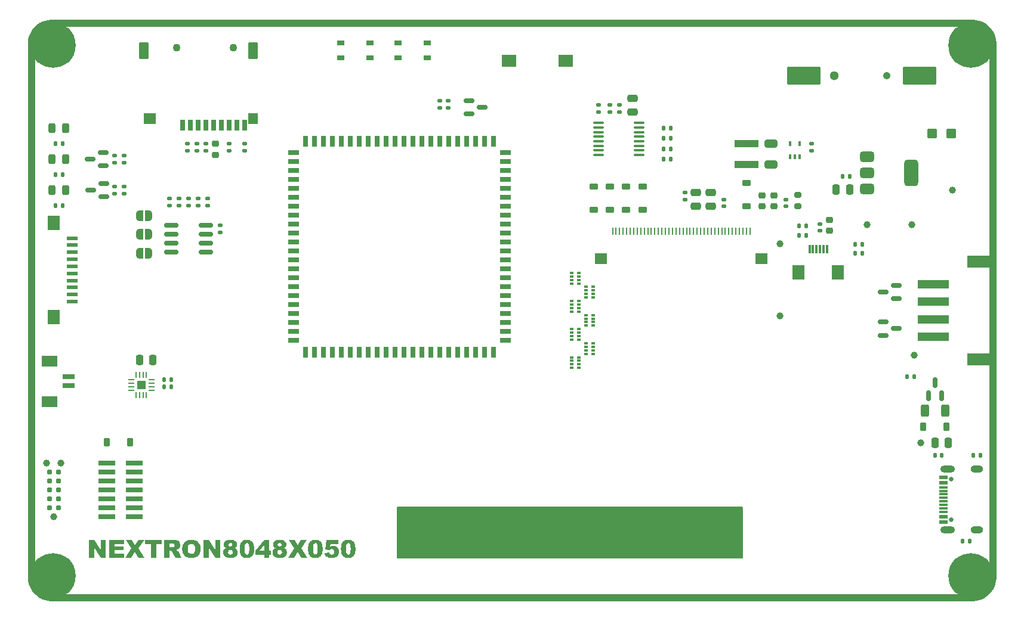
<source format=gbr>
%TF.GenerationSoftware,KiCad,Pcbnew,8.0.4*%
%TF.CreationDate,2024-10-13T10:09:03+07:00*%
%TF.ProjectId,lcd-standard-5R,6c63642d-7374-4616-9e64-6172642d3552,rev?*%
%TF.SameCoordinates,Original*%
%TF.FileFunction,Soldermask,Top*%
%TF.FilePolarity,Negative*%
%FSLAX46Y46*%
G04 Gerber Fmt 4.6, Leading zero omitted, Abs format (unit mm)*
G04 Created by KiCad (PCBNEW 8.0.4) date 2024-10-13 10:09:03*
%MOMM*%
%LPD*%
G01*
G04 APERTURE LIST*
G04 Aperture macros list*
%AMRoundRect*
0 Rectangle with rounded corners*
0 $1 Rounding radius*
0 $2 $3 $4 $5 $6 $7 $8 $9 X,Y pos of 4 corners*
0 Add a 4 corners polygon primitive as box body*
4,1,4,$2,$3,$4,$5,$6,$7,$8,$9,$2,$3,0*
0 Add four circle primitives for the rounded corners*
1,1,$1+$1,$2,$3*
1,1,$1+$1,$4,$5*
1,1,$1+$1,$6,$7*
1,1,$1+$1,$8,$9*
0 Add four rect primitives between the rounded corners*
20,1,$1+$1,$2,$3,$4,$5,0*
20,1,$1+$1,$4,$5,$6,$7,0*
20,1,$1+$1,$6,$7,$8,$9,0*
20,1,$1+$1,$8,$9,$2,$3,0*%
%AMFreePoly0*
4,1,19,0.500000,-0.750000,0.000000,-0.750000,0.000000,-0.744911,-0.071157,-0.744911,-0.207708,-0.704816,-0.327430,-0.627875,-0.420627,-0.520320,-0.479746,-0.390866,-0.500000,-0.250000,-0.500000,0.250000,-0.479746,0.390866,-0.420627,0.520320,-0.327430,0.627875,-0.207708,0.704816,-0.071157,0.744911,0.000000,0.744911,0.000000,0.750000,0.500000,0.750000,0.500000,-0.750000,0.500000,-0.750000,
$1*%
%AMFreePoly1*
4,1,19,0.000000,0.744911,0.071157,0.744911,0.207708,0.704816,0.327430,0.627875,0.420627,0.520320,0.479746,0.390866,0.500000,0.250000,0.500000,-0.250000,0.479746,-0.390866,0.420627,-0.520320,0.327430,-0.627875,0.207708,-0.704816,0.071157,-0.744911,0.000000,-0.744911,0.000000,-0.750000,-0.500000,-0.750000,-0.500000,0.750000,0.000000,0.750000,0.000000,0.744911,0.000000,0.744911,
$1*%
G04 Aperture macros list end*
%ADD10C,0.500000*%
%ADD11RoundRect,0.100000X0.100000X-0.225000X0.100000X0.225000X-0.100000X0.225000X-0.100000X-0.225000X0*%
%ADD12RoundRect,0.225000X0.250000X-0.225000X0.250000X0.225000X-0.250000X0.225000X-0.250000X-0.225000X0*%
%ADD13R,1.050000X0.650000*%
%ADD14RoundRect,0.135000X0.185000X-0.135000X0.185000X0.135000X-0.185000X0.135000X-0.185000X-0.135000X0*%
%ADD15RoundRect,0.135000X-0.185000X0.135000X-0.185000X-0.135000X0.185000X-0.135000X0.185000X0.135000X0*%
%ADD16C,0.800000*%
%ADD17C,6.400000*%
%ADD18C,1.000000*%
%ADD19RoundRect,0.140000X0.170000X-0.140000X0.170000X0.140000X-0.170000X0.140000X-0.170000X-0.140000X0*%
%ADD20RoundRect,0.225000X-0.250000X0.225000X-0.250000X-0.225000X0.250000X-0.225000X0.250000X0.225000X0*%
%ADD21RoundRect,0.135000X0.135000X0.185000X-0.135000X0.185000X-0.135000X-0.185000X0.135000X-0.185000X0*%
%ADD22RoundRect,0.150000X-0.587500X-0.150000X0.587500X-0.150000X0.587500X0.150000X-0.587500X0.150000X0*%
%ADD23RoundRect,0.140000X-0.140000X-0.170000X0.140000X-0.170000X0.140000X0.170000X-0.140000X0.170000X0*%
%ADD24RoundRect,0.135000X-0.135000X-0.185000X0.135000X-0.185000X0.135000X0.185000X-0.135000X0.185000X0*%
%ADD25RoundRect,0.110000X-1.590000X0.440000X-1.590000X-0.440000X1.590000X-0.440000X1.590000X0.440000X0*%
%ADD26RoundRect,0.250000X0.475000X-0.250000X0.475000X0.250000X-0.475000X0.250000X-0.475000X-0.250000X0*%
%ADD27RoundRect,0.250000X-0.650000X0.325000X-0.650000X-0.325000X0.650000X-0.325000X0.650000X0.325000X0*%
%ADD28R,0.300000X1.200000*%
%ADD29R,1.800000X2.000000*%
%ADD30RoundRect,0.150000X0.587500X0.150000X-0.587500X0.150000X-0.587500X-0.150000X0.587500X-0.150000X0*%
%ADD31R,2.400000X0.740000*%
%ADD32R,0.500000X0.400000*%
%ADD33R,0.500000X0.300000*%
%ADD34RoundRect,0.062500X0.350000X0.062500X-0.350000X0.062500X-0.350000X-0.062500X0.350000X-0.062500X0*%
%ADD35RoundRect,0.062500X0.062500X0.350000X-0.062500X0.350000X-0.062500X-0.350000X0.062500X-0.350000X0*%
%ADD36R,1.230000X1.230000*%
%ADD37R,0.800000X1.500000*%
%ADD38R,1.500000X0.800000*%
%ADD39RoundRect,0.225000X0.375000X-0.225000X0.375000X0.225000X-0.375000X0.225000X-0.375000X-0.225000X0*%
%ADD40RoundRect,0.375000X-0.625000X-0.375000X0.625000X-0.375000X0.625000X0.375000X-0.625000X0.375000X0*%
%ADD41RoundRect,0.500000X-0.500000X-1.400000X0.500000X-1.400000X0.500000X1.400000X-0.500000X1.400000X0*%
%ADD42RoundRect,0.225000X0.225000X0.375000X-0.225000X0.375000X-0.225000X-0.375000X0.225000X-0.375000X0*%
%ADD43FreePoly0,180.000000*%
%ADD44FreePoly1,180.000000*%
%ADD45RoundRect,0.100000X0.637500X0.100000X-0.637500X0.100000X-0.637500X-0.100000X0.637500X-0.100000X0*%
%ADD46RoundRect,0.250000X0.450000X0.425000X-0.450000X0.425000X-0.450000X-0.425000X0.450000X-0.425000X0*%
%ADD47C,0.990600*%
%ADD48C,0.787400*%
%ADD49RoundRect,0.140000X-0.170000X0.140000X-0.170000X-0.140000X0.170000X-0.140000X0.170000X0.140000X0*%
%ADD50RoundRect,0.243750X0.243750X0.456250X-0.243750X0.456250X-0.243750X-0.456250X0.243750X-0.456250X0*%
%ADD51R,4.500000X1.300000*%
%ADD52R,3.900000X1.800000*%
%ADD53RoundRect,0.140000X0.140000X0.170000X-0.140000X0.170000X-0.140000X-0.170000X0.140000X-0.170000X0*%
%ADD54R,2.000000X1.700000*%
%ADD55RoundRect,0.250000X-0.475000X0.250000X-0.475000X-0.250000X0.475000X-0.250000X0.475000X0.250000X0*%
%ADD56R,1.500000X0.500000*%
%ADD57R,1.700000X2.000000*%
%ADD58RoundRect,0.200000X0.275000X-0.200000X0.275000X0.200000X-0.275000X0.200000X-0.275000X-0.200000X0*%
%ADD59RoundRect,0.150000X-0.825000X-0.150000X0.825000X-0.150000X0.825000X0.150000X-0.825000X0.150000X0*%
%ADD60RoundRect,0.250000X-0.250000X-0.475000X0.250000X-0.475000X0.250000X0.475000X-0.250000X0.475000X0*%
%ADD61C,1.100000*%
%ADD62R,0.700000X1.600000*%
%ADD63RoundRect,0.050000X0.600000X0.750000X-0.600000X0.750000X-0.600000X-0.750000X0.600000X-0.750000X0*%
%ADD64RoundRect,0.050000X0.600000X1.100000X-0.600000X1.100000X-0.600000X-1.100000X0.600000X-1.100000X0*%
%ADD65RoundRect,0.050000X0.800000X0.750000X-0.800000X0.750000X-0.800000X-0.750000X0.800000X-0.750000X0*%
%ADD66RoundRect,0.250000X0.250000X0.475000X-0.250000X0.475000X-0.250000X-0.475000X0.250000X-0.475000X0*%
%ADD67RoundRect,0.250000X-0.312500X-0.625000X0.312500X-0.625000X0.312500X0.625000X-0.312500X0.625000X0*%
%ADD68R,0.250000X1.100000*%
%ADD69R,1.700000X1.500000*%
%ADD70R,1.800000X0.700000*%
%ADD71R,2.200000X1.600000*%
%ADD72C,0.650000*%
%ADD73R,1.240000X0.600000*%
%ADD74R,1.240000X0.300000*%
%ADD75O,2.100000X1.000000*%
%ADD76O,1.800000X1.000000*%
%ADD77C,1.050000*%
%ADD78C,1.300000*%
%ADD79RoundRect,0.102000X-2.250000X-1.150000X2.250000X-1.150000X2.250000X1.150000X-2.250000X1.150000X0*%
%ADD80RoundRect,0.150000X0.150000X-0.587500X0.150000X0.587500X-0.150000X0.587500X-0.150000X-0.587500X0*%
G04 APERTURE END LIST*
D10*
G36*
X85073161Y-127833153D02*
G01*
X85799783Y-127833153D01*
X86748056Y-129242434D01*
X86748056Y-127833153D01*
X87480784Y-127833153D01*
X87480784Y-130334200D01*
X86748056Y-130334200D01*
X85804668Y-128932246D01*
X85804668Y-130334200D01*
X85073161Y-130334200D01*
X85073161Y-127833153D01*
G37*
G36*
X87980261Y-127833153D02*
G01*
X90064874Y-127833153D01*
X90064874Y-128419336D01*
X88760006Y-128419336D01*
X88760006Y-128771045D01*
X89970840Y-128771045D01*
X89970840Y-129279070D01*
X88760006Y-129279070D01*
X88760006Y-129748017D01*
X90102731Y-129748017D01*
X90102731Y-130334200D01*
X87980261Y-130334200D01*
X87980261Y-127833153D01*
G37*
G36*
X90334151Y-127833153D02*
G01*
X91190833Y-127833153D01*
X91637798Y-128602518D01*
X92070108Y-127833153D01*
X92918851Y-127833153D01*
X92135442Y-129044597D01*
X92992735Y-130334200D01*
X92118345Y-130334200D01*
X91621922Y-129530641D01*
X91124277Y-130334200D01*
X90254773Y-130334200D01*
X91124277Y-129030553D01*
X90334151Y-127833153D01*
G37*
G36*
X93051353Y-127833153D02*
G01*
X95416235Y-127833153D01*
X95416235Y-128419336D01*
X94623056Y-128419336D01*
X94623056Y-130334200D01*
X93845142Y-130334200D01*
X93845142Y-128419336D01*
X93051353Y-128419336D01*
X93051353Y-127833153D01*
G37*
G36*
X97189936Y-127835321D02*
G01*
X97325689Y-127843331D01*
X97460872Y-127859712D01*
X97587499Y-127887356D01*
X97611978Y-127894824D01*
X97734223Y-127949286D01*
X97839007Y-128028712D01*
X97919113Y-128122581D01*
X97980937Y-128233480D01*
X98019863Y-128358571D01*
X98035319Y-128483287D01*
X98036350Y-128527413D01*
X98027584Y-128651943D01*
X97997694Y-128775979D01*
X97946590Y-128886450D01*
X97870284Y-128991579D01*
X97775086Y-129080738D01*
X97701126Y-129131303D01*
X97583127Y-129185953D01*
X97460050Y-129222712D01*
X97428185Y-129230222D01*
X97548475Y-129277086D01*
X97630907Y-129323645D01*
X97716659Y-129411114D01*
X97754860Y-129457978D01*
X97829714Y-129558013D01*
X97864158Y-129615515D01*
X98240292Y-130334200D01*
X97361018Y-130334200D01*
X96945805Y-129569109D01*
X96879738Y-129459147D01*
X96804755Y-129376157D01*
X96690839Y-129326307D01*
X96614246Y-129318149D01*
X96545247Y-129318149D01*
X96545247Y-130334200D01*
X95764281Y-130334200D01*
X95764281Y-128849203D01*
X96545247Y-128849203D01*
X96873143Y-128849203D01*
X97001486Y-128831538D01*
X97079528Y-128815009D01*
X97189958Y-128755342D01*
X97205924Y-128736851D01*
X97253055Y-128621566D01*
X97254773Y-128591527D01*
X97227434Y-128467762D01*
X97177225Y-128405902D01*
X97057051Y-128355400D01*
X96925947Y-128341747D01*
X96887187Y-128341178D01*
X96545247Y-128341178D01*
X96545247Y-128849203D01*
X95764281Y-128849203D01*
X95764281Y-127833153D01*
X97060600Y-127833153D01*
X97189936Y-127835321D01*
G37*
G36*
X99771008Y-127799302D02*
G01*
X99914577Y-127814987D01*
X100049140Y-127841129D01*
X100174696Y-127877727D01*
X100291245Y-127924782D01*
X100424267Y-127998305D01*
X100543216Y-128088167D01*
X100586856Y-128128687D01*
X100684836Y-128239607D01*
X100766210Y-128363615D01*
X100830976Y-128500713D01*
X100870833Y-128619814D01*
X100900061Y-128747293D01*
X100918660Y-128883148D01*
X100926632Y-129027380D01*
X100926964Y-129064747D01*
X100923326Y-129197539D01*
X100912414Y-129322669D01*
X100889717Y-129462710D01*
X100856544Y-129591718D01*
X100812895Y-129709692D01*
X100777976Y-129782211D01*
X100706720Y-129898630D01*
X100622784Y-130003186D01*
X100526166Y-130095880D01*
X100416868Y-130176711D01*
X100348719Y-130217574D01*
X100219469Y-130278244D01*
X100098125Y-130318386D01*
X99967035Y-130347581D01*
X99826200Y-130365828D01*
X99701392Y-130372670D01*
X99649574Y-130373278D01*
X99519978Y-130369999D01*
X99397567Y-130360160D01*
X99260159Y-130339695D01*
X99133098Y-130309785D01*
X99016384Y-130270429D01*
X98944322Y-130238945D01*
X98827294Y-130172694D01*
X98720375Y-130091483D01*
X98623566Y-129995313D01*
X98536866Y-129884182D01*
X98491863Y-129813962D01*
X98432929Y-129699609D01*
X98386189Y-129574995D01*
X98351642Y-129440120D01*
X98329288Y-129294984D01*
X98319974Y-129166199D01*
X98318450Y-129085508D01*
X99096364Y-129085508D01*
X99101344Y-129218465D01*
X99119743Y-129354861D01*
X99157372Y-129486056D01*
X99220870Y-129602175D01*
X99238024Y-129623453D01*
X99336521Y-129709749D01*
X99454933Y-129764083D01*
X99578533Y-129785657D01*
X99623318Y-129787096D01*
X99755499Y-129774441D01*
X99881293Y-129730697D01*
X99984906Y-129655706D01*
X100011664Y-129627116D01*
X100078076Y-129516692D01*
X100118863Y-129384801D01*
X100140464Y-129243350D01*
X100148514Y-129102758D01*
X100149050Y-129051925D01*
X100144006Y-128927561D01*
X100125368Y-128799183D01*
X100087253Y-128674505D01*
X100022934Y-128562342D01*
X100005558Y-128541457D01*
X99905917Y-128456449D01*
X99786359Y-128402926D01*
X99661729Y-128381674D01*
X99616601Y-128380257D01*
X99491660Y-128393201D01*
X99369944Y-128437947D01*
X99266236Y-128514655D01*
X99238635Y-128543899D01*
X99169861Y-128652902D01*
X99127624Y-128778257D01*
X99105256Y-128909920D01*
X99096919Y-129039099D01*
X99096364Y-129085508D01*
X98318450Y-129085508D01*
X98323812Y-128937083D01*
X98339898Y-128797111D01*
X98366707Y-128665592D01*
X98404240Y-128542526D01*
X98452498Y-128427913D01*
X98527899Y-128296534D01*
X98620057Y-128178363D01*
X98661611Y-128134793D01*
X98775614Y-128036636D01*
X98902765Y-127955117D01*
X99013953Y-127901879D01*
X99133556Y-127859290D01*
X99261573Y-127827347D01*
X99398006Y-127806052D01*
X99542853Y-127795405D01*
X99618433Y-127794074D01*
X99771008Y-127799302D01*
G37*
G36*
X101334849Y-127833153D02*
G01*
X102061472Y-127833153D01*
X103009745Y-129242434D01*
X103009745Y-127833153D01*
X103742473Y-127833153D01*
X103742473Y-130334200D01*
X103009745Y-130334200D01*
X102066357Y-128932246D01*
X102066357Y-130334200D01*
X101334849Y-130334200D01*
X101334849Y-127833153D01*
G37*
G36*
X105240292Y-127796993D02*
G01*
X105381352Y-127808854D01*
X105509532Y-127829837D01*
X105646346Y-127867061D01*
X105764613Y-127917421D01*
X105864333Y-127980920D01*
X105958312Y-128067014D01*
X106037453Y-128176713D01*
X106086444Y-128298472D01*
X106105287Y-128432291D01*
X106105523Y-128449866D01*
X106089600Y-128580291D01*
X106041834Y-128703661D01*
X106009047Y-128758223D01*
X105923386Y-128856486D01*
X105819844Y-128939477D01*
X105782512Y-128964608D01*
X105889314Y-129025321D01*
X105988609Y-129104676D01*
X106074279Y-129206430D01*
X106087205Y-129226558D01*
X106144565Y-129342408D01*
X106178116Y-129466627D01*
X106187955Y-129586816D01*
X106177709Y-129714833D01*
X106146972Y-129836934D01*
X106101248Y-129942800D01*
X106036948Y-130047689D01*
X105956105Y-130141871D01*
X105888147Y-130198645D01*
X105775272Y-130263815D01*
X105653012Y-130310197D01*
X105573684Y-130331146D01*
X105441502Y-130355134D01*
X105316327Y-130368300D01*
X105186383Y-130373237D01*
X105173126Y-130373278D01*
X105029571Y-130369930D01*
X104899326Y-130359883D01*
X104764194Y-130339697D01*
X104631941Y-130305465D01*
X104561297Y-130278024D01*
X104450476Y-130217343D01*
X104346148Y-130133265D01*
X104261617Y-130031656D01*
X104240118Y-129997755D01*
X104182158Y-129877506D01*
X104145665Y-129748789D01*
X104131175Y-129625705D01*
X104130209Y-129583153D01*
X104132371Y-129554454D01*
X104827522Y-129554454D01*
X104846923Y-129678458D01*
X104910769Y-129787714D01*
X104928883Y-129806635D01*
X105030349Y-129876759D01*
X105152775Y-129904237D01*
X105160914Y-129904332D01*
X105286674Y-129876242D01*
X105385617Y-129804803D01*
X105457056Y-129699822D01*
X105484757Y-129571496D01*
X105485146Y-129552622D01*
X105465862Y-129428202D01*
X105402401Y-129318757D01*
X105384396Y-129299831D01*
X105283404Y-129228830D01*
X105160004Y-129201009D01*
X105151754Y-129200913D01*
X105029938Y-129224879D01*
X104924609Y-129296778D01*
X104854922Y-129400838D01*
X104828375Y-129524591D01*
X104827522Y-129554454D01*
X104132371Y-129554454D01*
X104140226Y-129450155D01*
X104170280Y-129330514D01*
X104226480Y-129214337D01*
X104232791Y-129204576D01*
X104316939Y-129106247D01*
X104416354Y-129031256D01*
X104537593Y-128969981D01*
X104550917Y-128964608D01*
X104439891Y-128898118D01*
X104342268Y-128813385D01*
X104310948Y-128774709D01*
X104248065Y-128661365D01*
X104214205Y-128535656D01*
X104211404Y-128496272D01*
X104865380Y-128496272D01*
X104900354Y-128617562D01*
X104946590Y-128667242D01*
X105062696Y-128721284D01*
X105163967Y-128731966D01*
X105285575Y-128711680D01*
X105361193Y-128667853D01*
X105431167Y-128561803D01*
X105438740Y-128501768D01*
X105404028Y-128379676D01*
X105358140Y-128329576D01*
X105246498Y-128274005D01*
X105151754Y-128263020D01*
X105030080Y-128281459D01*
X104944759Y-128328355D01*
X104874759Y-128429873D01*
X104865380Y-128496272D01*
X104211404Y-128496272D01*
X104207756Y-128444981D01*
X104221985Y-128316223D01*
X104264673Y-128198160D01*
X104335821Y-128090790D01*
X104435426Y-127994115D01*
X104505121Y-127943673D01*
X104613556Y-127885382D01*
X104736365Y-127841408D01*
X104873550Y-127811751D01*
X105002579Y-127797726D01*
X105118171Y-127794074D01*
X105240292Y-127796993D01*
G37*
G36*
X107644383Y-127799000D02*
G01*
X107765675Y-127813780D01*
X107894374Y-127845225D01*
X107925743Y-127856356D01*
X108039888Y-127907933D01*
X108144166Y-127975824D01*
X108191967Y-128017556D01*
X108279050Y-128113145D01*
X108350644Y-128220135D01*
X108354389Y-128226994D01*
X108408275Y-128345910D01*
X108445658Y-128464738D01*
X108450254Y-128482839D01*
X108477615Y-128606062D01*
X108498256Y-128731563D01*
X108512176Y-128859344D01*
X108519377Y-128989404D01*
X108520474Y-129064747D01*
X108518435Y-129188860D01*
X108509371Y-129344393D01*
X108493056Y-129488554D01*
X108469491Y-129621342D01*
X108438674Y-129742757D01*
X108389957Y-129878534D01*
X108329910Y-129996541D01*
X108288443Y-130058816D01*
X108189668Y-130165684D01*
X108089383Y-130237851D01*
X107972759Y-130294663D01*
X107839797Y-130336120D01*
X107690497Y-130362223D01*
X107559292Y-130372050D01*
X107489769Y-130373278D01*
X107356670Y-130368487D01*
X107235201Y-130354111D01*
X107110618Y-130325947D01*
X106988617Y-130279300D01*
X106976248Y-130273139D01*
X106871599Y-130209125D01*
X106778154Y-130130428D01*
X106695915Y-130037049D01*
X106655069Y-129978826D01*
X106592501Y-129861160D01*
X106549019Y-129741460D01*
X106516615Y-129616905D01*
X106513408Y-129602082D01*
X106491236Y-129479273D01*
X106475398Y-129350206D01*
X106465895Y-129214880D01*
X106462777Y-129091336D01*
X106462750Y-129081234D01*
X107156988Y-129081234D01*
X107159060Y-129222338D01*
X107165277Y-129348744D01*
X107178207Y-129481029D01*
X107200834Y-129608609D01*
X107241863Y-129730309D01*
X107316338Y-129836354D01*
X107430574Y-129898214D01*
X107488548Y-129904332D01*
X107610383Y-129875471D01*
X107672951Y-129830449D01*
X107744275Y-129727821D01*
X107785415Y-129607074D01*
X107787745Y-129597197D01*
X107808951Y-129466490D01*
X107819755Y-129328100D01*
X107824083Y-129200895D01*
X107824992Y-129099552D01*
X107822920Y-128952732D01*
X107816704Y-128821773D01*
X107803774Y-128685560D01*
X107781146Y-128555513D01*
X107740118Y-128433990D01*
X107664441Y-128329805D01*
X107555326Y-128271201D01*
X107484884Y-128263020D01*
X107359808Y-128291741D01*
X107266375Y-128377903D01*
X107233925Y-128437043D01*
X107196734Y-128558357D01*
X107176222Y-128685102D01*
X107164502Y-128816299D01*
X107158867Y-128941536D01*
X107156988Y-129081234D01*
X106462750Y-129081234D01*
X106462728Y-129073296D01*
X106464998Y-128943782D01*
X106471808Y-128821771D01*
X106487951Y-128670760D01*
X106512166Y-128533087D01*
X106544451Y-128408753D01*
X106596159Y-128272090D01*
X106660479Y-128156269D01*
X106721015Y-128078617D01*
X106827590Y-127981917D01*
X106930898Y-127916616D01*
X107047384Y-127865210D01*
X107177049Y-127827697D01*
X107319891Y-127804077D01*
X107443654Y-127795185D01*
X107508698Y-127794074D01*
X107644383Y-127799000D01*
G37*
G36*
X110606918Y-129318149D02*
G01*
X110923213Y-129318149D01*
X110923213Y-129904332D01*
X110606918Y-129904332D01*
X110606918Y-130334200D01*
X109997533Y-130334200D01*
X109997533Y-129904332D01*
X108723195Y-129904332D01*
X108723195Y-129323645D01*
X108727774Y-129318149D01*
X109324643Y-129318149D01*
X109997533Y-129318149D01*
X109997533Y-128529855D01*
X109324643Y-129318149D01*
X108727774Y-129318149D01*
X109997533Y-127794074D01*
X110606918Y-127794074D01*
X110606918Y-129318149D01*
G37*
G36*
X112237850Y-127796993D02*
G01*
X112378910Y-127808854D01*
X112507090Y-127829837D01*
X112643904Y-127867061D01*
X112762171Y-127917421D01*
X112861890Y-127980920D01*
X112955870Y-128067014D01*
X113035010Y-128176713D01*
X113084002Y-128298472D01*
X113102845Y-128432291D01*
X113103080Y-128449866D01*
X113087158Y-128580291D01*
X113039391Y-128703661D01*
X113006604Y-128758223D01*
X112920943Y-128856486D01*
X112817402Y-128939477D01*
X112780069Y-128964608D01*
X112886871Y-129025321D01*
X112986166Y-129104676D01*
X113071837Y-129206430D01*
X113084762Y-129226558D01*
X113142123Y-129342408D01*
X113175673Y-129466627D01*
X113185512Y-129586816D01*
X113175267Y-129714833D01*
X113144530Y-129836934D01*
X113098806Y-129942800D01*
X113034506Y-130047689D01*
X112953662Y-130141871D01*
X112885704Y-130198645D01*
X112772830Y-130263815D01*
X112650570Y-130310197D01*
X112571242Y-130331146D01*
X112439059Y-130355134D01*
X112313885Y-130368300D01*
X112183940Y-130373237D01*
X112170683Y-130373278D01*
X112027129Y-130369930D01*
X111896883Y-130359883D01*
X111761752Y-130339697D01*
X111629498Y-130305465D01*
X111558855Y-130278024D01*
X111448033Y-130217343D01*
X111343705Y-130133265D01*
X111259174Y-130031656D01*
X111237676Y-129997755D01*
X111179716Y-129877506D01*
X111143222Y-129748789D01*
X111128732Y-129625705D01*
X111127766Y-129583153D01*
X111129928Y-129554454D01*
X111825080Y-129554454D01*
X111844481Y-129678458D01*
X111908326Y-129787714D01*
X111926440Y-129806635D01*
X112027906Y-129876759D01*
X112150333Y-129904237D01*
X112158471Y-129904332D01*
X112284231Y-129876242D01*
X112383175Y-129804803D01*
X112454614Y-129699822D01*
X112482315Y-129571496D01*
X112482703Y-129552622D01*
X112463419Y-129428202D01*
X112399958Y-129318757D01*
X112381953Y-129299831D01*
X112280962Y-129228830D01*
X112157562Y-129201009D01*
X112149312Y-129200913D01*
X112027496Y-129224879D01*
X111922166Y-129296778D01*
X111852480Y-129400838D01*
X111825933Y-129524591D01*
X111825080Y-129554454D01*
X111129928Y-129554454D01*
X111137784Y-129450155D01*
X111167837Y-129330514D01*
X111224037Y-129214337D01*
X111230348Y-129204576D01*
X111314497Y-129106247D01*
X111413911Y-129031256D01*
X111535150Y-128969981D01*
X111548475Y-128964608D01*
X111437449Y-128898118D01*
X111339826Y-128813385D01*
X111308506Y-128774709D01*
X111245623Y-128661365D01*
X111211763Y-128535656D01*
X111208961Y-128496272D01*
X111862937Y-128496272D01*
X111897912Y-128617562D01*
X111944148Y-128667242D01*
X112060254Y-128721284D01*
X112161524Y-128731966D01*
X112283133Y-128711680D01*
X112358750Y-128667853D01*
X112428724Y-128561803D01*
X112436297Y-128501768D01*
X112401586Y-128379676D01*
X112355697Y-128329576D01*
X112244055Y-128274005D01*
X112149312Y-128263020D01*
X112027637Y-128281459D01*
X111942316Y-128328355D01*
X111872317Y-128429873D01*
X111862937Y-128496272D01*
X111208961Y-128496272D01*
X111205313Y-128444981D01*
X111219543Y-128316223D01*
X111262231Y-128198160D01*
X111333378Y-128090790D01*
X111432984Y-127994115D01*
X111502679Y-127943673D01*
X111611113Y-127885382D01*
X111733923Y-127841408D01*
X111871108Y-127811751D01*
X112000137Y-127797726D01*
X112115729Y-127794074D01*
X112237850Y-127796993D01*
G37*
G36*
X113400446Y-127833153D02*
G01*
X114257128Y-127833153D01*
X114704092Y-128602518D01*
X115136402Y-127833153D01*
X115985146Y-127833153D01*
X115201737Y-129044597D01*
X116059029Y-130334200D01*
X115184640Y-130334200D01*
X114688216Y-129530641D01*
X114190572Y-130334200D01*
X113321067Y-130334200D01*
X114190572Y-129030553D01*
X113400446Y-127833153D01*
G37*
G36*
X117362806Y-127799000D02*
G01*
X117484098Y-127813780D01*
X117612797Y-127845225D01*
X117644165Y-127856356D01*
X117758311Y-127907933D01*
X117862589Y-127975824D01*
X117910390Y-128017556D01*
X117997473Y-128113145D01*
X118069067Y-128220135D01*
X118072812Y-128226994D01*
X118126698Y-128345910D01*
X118164081Y-128464738D01*
X118168677Y-128482839D01*
X118196038Y-128606062D01*
X118216679Y-128731563D01*
X118230599Y-128859344D01*
X118237800Y-128989404D01*
X118238897Y-129064747D01*
X118236857Y-129188860D01*
X118227794Y-129344393D01*
X118211479Y-129488554D01*
X118187913Y-129621342D01*
X118157097Y-129742757D01*
X118108380Y-129878534D01*
X118048332Y-129996541D01*
X118006866Y-130058816D01*
X117908091Y-130165684D01*
X117807806Y-130237851D01*
X117691182Y-130294663D01*
X117558220Y-130336120D01*
X117408920Y-130362223D01*
X117277715Y-130372050D01*
X117208192Y-130373278D01*
X117075093Y-130368487D01*
X116953624Y-130354111D01*
X116829041Y-130325947D01*
X116707040Y-130279300D01*
X116694671Y-130273139D01*
X116590021Y-130209125D01*
X116496577Y-130130428D01*
X116414338Y-130037049D01*
X116373492Y-129978826D01*
X116310924Y-129861160D01*
X116267442Y-129741460D01*
X116235038Y-129616905D01*
X116231831Y-129602082D01*
X116209659Y-129479273D01*
X116193821Y-129350206D01*
X116184318Y-129214880D01*
X116181200Y-129091336D01*
X116181173Y-129081234D01*
X116875411Y-129081234D01*
X116877483Y-129222338D01*
X116883700Y-129348744D01*
X116896630Y-129481029D01*
X116919257Y-129608609D01*
X116960285Y-129730309D01*
X117034760Y-129836354D01*
X117148996Y-129898214D01*
X117206971Y-129904332D01*
X117328806Y-129875471D01*
X117391374Y-129830449D01*
X117462698Y-129727821D01*
X117503838Y-129607074D01*
X117506168Y-129597197D01*
X117527374Y-129466490D01*
X117538177Y-129328100D01*
X117542506Y-129200895D01*
X117543415Y-129099552D01*
X117541343Y-128952732D01*
X117535127Y-128821773D01*
X117522197Y-128685560D01*
X117499569Y-128555513D01*
X117458541Y-128433990D01*
X117382864Y-128329805D01*
X117273749Y-128271201D01*
X117203307Y-128263020D01*
X117078231Y-128291741D01*
X116984798Y-128377903D01*
X116952348Y-128437043D01*
X116915157Y-128558357D01*
X116894645Y-128685102D01*
X116882924Y-128816299D01*
X116877289Y-128941536D01*
X116875411Y-129081234D01*
X116181173Y-129081234D01*
X116181151Y-129073296D01*
X116183421Y-128943782D01*
X116190231Y-128821771D01*
X116206374Y-128670760D01*
X116230589Y-128533087D01*
X116262874Y-128408753D01*
X116314582Y-128272090D01*
X116378902Y-128156269D01*
X116439438Y-128078617D01*
X116546012Y-127981917D01*
X116649321Y-127916616D01*
X116765807Y-127865210D01*
X116895472Y-127827697D01*
X117038314Y-127804077D01*
X117162077Y-127795185D01*
X117227121Y-127794074D01*
X117362806Y-127799000D01*
G37*
G36*
X118796992Y-127833153D02*
G01*
X120457843Y-127833153D01*
X120457843Y-128419336D01*
X119333105Y-128419336D01*
X119272655Y-128772877D01*
X119388670Y-128720670D01*
X119503464Y-128683728D01*
X119624095Y-128660383D01*
X119729389Y-128653809D01*
X119866103Y-128661773D01*
X119992770Y-128685665D01*
X120109392Y-128725486D01*
X120232752Y-128792075D01*
X120342438Y-128880344D01*
X120434276Y-128985063D01*
X120503557Y-129101002D01*
X120550282Y-129228161D01*
X120574450Y-129366540D01*
X120578133Y-129450651D01*
X120568521Y-129585166D01*
X120539686Y-129716687D01*
X120491627Y-129845214D01*
X120456622Y-129915323D01*
X120389837Y-130020195D01*
X120299559Y-130122483D01*
X120193245Y-130208157D01*
X120113461Y-130256042D01*
X119994545Y-130307333D01*
X119860059Y-130343969D01*
X119729611Y-130364005D01*
X119587241Y-130372820D01*
X119544375Y-130373278D01*
X119409843Y-130369463D01*
X119286517Y-130358016D01*
X119162631Y-130336346D01*
X119116950Y-130325040D01*
X119001067Y-130286249D01*
X118888969Y-130231094D01*
X118814699Y-130180937D01*
X118721646Y-130098915D01*
X118638565Y-130001342D01*
X118613199Y-129964172D01*
X118554525Y-129855568D01*
X118508057Y-129737788D01*
X118484361Y-129661310D01*
X119192054Y-129591701D01*
X119227701Y-129711781D01*
X119300783Y-129814668D01*
X119312344Y-129824953D01*
X119423071Y-129886890D01*
X119537658Y-129904332D01*
X119663336Y-129882597D01*
X119766743Y-129817392D01*
X119778848Y-129805414D01*
X119843963Y-129700277D01*
X119870754Y-129580579D01*
X119874103Y-129510490D01*
X119862703Y-129385078D01*
X119819835Y-129269606D01*
X119777627Y-129216178D01*
X119673665Y-129149121D01*
X119551215Y-129123576D01*
X119521782Y-129122755D01*
X119397705Y-129140167D01*
X119325777Y-129167329D01*
X119222587Y-129236359D01*
X119171294Y-129283955D01*
X118575952Y-129207019D01*
X118796992Y-127833153D01*
G37*
G36*
X122027845Y-127799000D02*
G01*
X122149137Y-127813780D01*
X122277836Y-127845225D01*
X122309204Y-127856356D01*
X122423349Y-127907933D01*
X122527627Y-127975824D01*
X122575429Y-128017556D01*
X122662512Y-128113145D01*
X122734105Y-128220135D01*
X122737850Y-128226994D01*
X122791736Y-128345910D01*
X122829119Y-128464738D01*
X122833715Y-128482839D01*
X122861076Y-128606062D01*
X122881717Y-128731563D01*
X122895638Y-128859344D01*
X122902838Y-128989404D01*
X122903935Y-129064747D01*
X122901896Y-129188860D01*
X122892832Y-129344393D01*
X122876517Y-129488554D01*
X122852952Y-129621342D01*
X122822135Y-129742757D01*
X122773418Y-129878534D01*
X122713371Y-129996541D01*
X122671904Y-130058816D01*
X122573129Y-130165684D01*
X122472844Y-130237851D01*
X122356221Y-130294663D01*
X122223258Y-130336120D01*
X122073958Y-130362223D01*
X121942754Y-130372050D01*
X121873230Y-130373278D01*
X121740132Y-130368487D01*
X121618662Y-130354111D01*
X121494079Y-130325947D01*
X121372079Y-130279300D01*
X121359710Y-130273139D01*
X121255060Y-130209125D01*
X121161615Y-130130428D01*
X121079377Y-130037049D01*
X121038530Y-129978826D01*
X120975962Y-129861160D01*
X120932480Y-129741460D01*
X120900076Y-129616905D01*
X120896870Y-129602082D01*
X120874697Y-129479273D01*
X120858859Y-129350206D01*
X120849357Y-129214880D01*
X120846239Y-129091336D01*
X120846211Y-129081234D01*
X121540449Y-129081234D01*
X121542522Y-129222338D01*
X121548738Y-129348744D01*
X121561668Y-129481029D01*
X121584296Y-129608609D01*
X121625324Y-129730309D01*
X121699799Y-129836354D01*
X121814035Y-129898214D01*
X121872009Y-129904332D01*
X121993844Y-129875471D01*
X122056412Y-129830449D01*
X122127737Y-129727821D01*
X122168876Y-129607074D01*
X122171207Y-129597197D01*
X122192413Y-129466490D01*
X122203216Y-129328100D01*
X122207544Y-129200895D01*
X122208454Y-129099552D01*
X122206382Y-128952732D01*
X122200165Y-128821773D01*
X122187235Y-128685560D01*
X122164607Y-128555513D01*
X122123579Y-128433990D01*
X122047902Y-128329805D01*
X121938787Y-128271201D01*
X121868345Y-128263020D01*
X121743269Y-128291741D01*
X121649836Y-128377903D01*
X121617386Y-128437043D01*
X121580195Y-128558357D01*
X121559684Y-128685102D01*
X121547963Y-128816299D01*
X121542328Y-128941536D01*
X121540449Y-129081234D01*
X120846211Y-129081234D01*
X120846189Y-129073296D01*
X120848459Y-128943782D01*
X120855270Y-128821771D01*
X120871412Y-128670760D01*
X120895627Y-128533087D01*
X120927913Y-128408753D01*
X120979621Y-128272090D01*
X121043940Y-128156269D01*
X121104476Y-128078617D01*
X121211051Y-127981917D01*
X121314359Y-127916616D01*
X121430845Y-127865210D01*
X121560510Y-127827697D01*
X121703353Y-127804077D01*
X121827115Y-127795185D01*
X121892159Y-127794074D01*
X122027845Y-127799000D01*
G37*
D11*
%TO.C,U2*%
X184592200Y-73398200D03*
X185242200Y-73398200D03*
X185892200Y-73398200D03*
X185892200Y-71498200D03*
X184592200Y-71498200D03*
%TD*%
D12*
%TO.C,C3*%
X180622200Y-80402400D03*
X180622200Y-78852400D03*
%TD*%
%TO.C,C2*%
X182281666Y-80402400D03*
X182281666Y-78852400D03*
%TD*%
D13*
%TO.C,SW1*%
X124960200Y-59342600D03*
X120810200Y-59342600D03*
X124960200Y-57192600D03*
X120810200Y-57192600D03*
%TD*%
D14*
%TO.C,R20*%
X99231400Y-80342200D03*
X99231400Y-79322200D03*
%TD*%
D15*
%TO.C,R31*%
X160333932Y-65995400D03*
X160333932Y-67015400D03*
%TD*%
D14*
%TO.C,R27*%
X88719100Y-78640400D03*
X88719100Y-77620400D03*
%TD*%
D16*
%TO.C,H1*%
X77624400Y-57513400D03*
X78327344Y-55816344D03*
X78327344Y-59210456D03*
X80024400Y-55113400D03*
D17*
X80024400Y-57513400D03*
D16*
X80024400Y-59913400D03*
X81721456Y-55816344D03*
X81721456Y-59210456D03*
X82424400Y-57513400D03*
%TD*%
D14*
%TO.C,R14*%
X105009400Y-72541800D03*
X105009400Y-71521800D03*
%TD*%
D18*
%TO.C,TP1*%
X202160600Y-101574600D03*
%TD*%
%TO.C,TP7*%
X207594200Y-78155800D03*
%TD*%
D19*
%TO.C,C6*%
X175158400Y-80402400D03*
X175158400Y-79442400D03*
%TD*%
D20*
%TO.C,C10*%
X103065400Y-71551800D03*
X103065400Y-73101800D03*
%TD*%
D21*
%TO.C,R9*%
X210060000Y-127965200D03*
X209040000Y-127965200D03*
%TD*%
D18*
%TO.C,TP6*%
X203098400Y-114020600D03*
%TD*%
D22*
%TO.C,D11*%
X197766700Y-96850900D03*
X197766700Y-98750900D03*
X199641700Y-97800900D03*
%TD*%
D21*
%TO.C,R5*%
X194847400Y-85826600D03*
X193827400Y-85826600D03*
%TD*%
D23*
%TO.C,C15*%
X166652000Y-72263000D03*
X167612000Y-72263000D03*
%TD*%
D24*
%TO.C,R32*%
X95756000Y-106045000D03*
X96776000Y-106045000D03*
%TD*%
D15*
%TO.C,R25*%
X136067800Y-65392900D03*
X136067800Y-66412900D03*
%TD*%
D24*
%TO.C,R33*%
X95756000Y-105054400D03*
X96776000Y-105054400D03*
%TD*%
D21*
%TO.C,R11*%
X81327400Y-75933712D03*
X80307400Y-75933712D03*
%TD*%
D18*
%TO.C,TP4*%
X183108600Y-85750400D03*
%TD*%
D19*
%TO.C,C4*%
X183997600Y-80402400D03*
X183997600Y-79442400D03*
%TD*%
D21*
%TO.C,R8*%
X186849800Y-83223400D03*
X185829800Y-83223400D03*
%TD*%
D13*
%TO.C,SW2*%
X133062800Y-59342600D03*
X128912800Y-59342600D03*
X133062800Y-57192600D03*
X128912800Y-57192600D03*
%TD*%
D16*
%TO.C,H2*%
X77624400Y-132913400D03*
X78327344Y-131216344D03*
X78327344Y-134610456D03*
X80024400Y-130513400D03*
D17*
X80024400Y-132913400D03*
D16*
X80024400Y-135313400D03*
X81721456Y-131216344D03*
X81721456Y-134610456D03*
X82424400Y-132913400D03*
%TD*%
D21*
%TO.C,R4*%
X186849800Y-84595000D03*
X185829800Y-84595000D03*
%TD*%
D24*
%TO.C,R16*%
X80307400Y-71540336D03*
X81327400Y-71540336D03*
%TD*%
D25*
%TO.C,L1*%
X178374400Y-71498200D03*
X178374400Y-74498200D03*
%TD*%
D26*
%TO.C,C5*%
X173314900Y-80402400D03*
X173314900Y-78502400D03*
%TD*%
D18*
%TO.C,TP5*%
X183083200Y-96012000D03*
%TD*%
D22*
%TO.C,Q2*%
X139014200Y-65392900D03*
X139014200Y-67292900D03*
X140889200Y-66342900D03*
%TD*%
D27*
%TO.C,C1*%
X181889400Y-71498200D03*
X181889400Y-74448200D03*
%TD*%
D28*
%TO.C,J5*%
X187319600Y-86547200D03*
X187819600Y-86547200D03*
X188319600Y-86547200D03*
X188819600Y-86547200D03*
X189319600Y-86547200D03*
X189819600Y-86547200D03*
D29*
X185769600Y-89797200D03*
X191369600Y-89797200D03*
%TD*%
D14*
%TO.C,R29*%
X88744500Y-74247024D03*
X88744500Y-73227024D03*
%TD*%
D30*
%TO.C,D10*%
X199641700Y-93575900D03*
X199641700Y-91675900D03*
X197766700Y-92625900D03*
%TD*%
D14*
%TO.C,R21*%
X96548550Y-80342200D03*
X96548550Y-79322200D03*
%TD*%
D31*
%TO.C,J1*%
X87585000Y-116916200D03*
X91485000Y-116916200D03*
X87585000Y-118186200D03*
X91485000Y-118186200D03*
X87585000Y-119456200D03*
X91485000Y-119456200D03*
X87585000Y-120726200D03*
X91485000Y-120726200D03*
X87585000Y-121996200D03*
X91485000Y-121996200D03*
X87585000Y-123266200D03*
X91485000Y-123266200D03*
X87585000Y-124536200D03*
X91485000Y-124536200D03*
%TD*%
D32*
%TO.C,RN5*%
X156608400Y-97378400D03*
D33*
X156608400Y-96878400D03*
X156608400Y-96378400D03*
D32*
X156608400Y-95878400D03*
X155608400Y-95878400D03*
D33*
X155608400Y-96378400D03*
X155608400Y-96878400D03*
D32*
X155608400Y-97378400D03*
%TD*%
D34*
%TO.C,U1*%
X93934000Y-106537000D03*
X93934000Y-106037000D03*
X93934000Y-105537000D03*
X93934000Y-105037000D03*
D35*
X93246500Y-104349500D03*
X92746500Y-104349500D03*
X92246500Y-104349500D03*
X91746500Y-104349500D03*
D34*
X91059000Y-105037000D03*
X91059000Y-105537000D03*
X91059000Y-106037000D03*
X91059000Y-106537000D03*
D35*
X91746500Y-107224500D03*
X92246500Y-107224500D03*
X92746500Y-107224500D03*
X93246500Y-107224500D03*
D36*
X92496500Y-105787000D03*
%TD*%
D37*
%TO.C,U6*%
X142480000Y-71156800D03*
X141210000Y-71156800D03*
X139940000Y-71156800D03*
X138670000Y-71156800D03*
X137400000Y-71156800D03*
X136130000Y-71156800D03*
X134860000Y-71156800D03*
X133590000Y-71156800D03*
X132320000Y-71156800D03*
X131050000Y-71156800D03*
X129780000Y-71156800D03*
X128510000Y-71156800D03*
X127240000Y-71156800D03*
X125970000Y-71156800D03*
X124700000Y-71156800D03*
X123430000Y-71156800D03*
X122160000Y-71156800D03*
X120890000Y-71156800D03*
X119620000Y-71156800D03*
X118350000Y-71156800D03*
X117080000Y-71156800D03*
X115810000Y-71156800D03*
D38*
X114145000Y-72821800D03*
X114145000Y-74091800D03*
X114145000Y-75361800D03*
X114145000Y-76631800D03*
X114145000Y-77901800D03*
X114145000Y-79171800D03*
X114145000Y-80441800D03*
X114145000Y-81711800D03*
X114145000Y-82981800D03*
X114145000Y-84251800D03*
X114145000Y-85521800D03*
X114145000Y-86791800D03*
X114145000Y-88061800D03*
X114145000Y-89331800D03*
X114145000Y-90601800D03*
X114145000Y-91871800D03*
X114145000Y-93141800D03*
X114145000Y-94411800D03*
X114145000Y-95681800D03*
X114145000Y-96951800D03*
X114145000Y-98221800D03*
X114145000Y-99491800D03*
D37*
X115810000Y-101156800D03*
X117080000Y-101156800D03*
X118350000Y-101156800D03*
X119620000Y-101156800D03*
X120890000Y-101156800D03*
X122160000Y-101156800D03*
X123430000Y-101156800D03*
X124700000Y-101156800D03*
X125970000Y-101156800D03*
X127240000Y-101156800D03*
X128510000Y-101156800D03*
X129780000Y-101156800D03*
X131050000Y-101156800D03*
X132320000Y-101156800D03*
X133590000Y-101156800D03*
X134860000Y-101156800D03*
X136130000Y-101156800D03*
X137400000Y-101156800D03*
X138670000Y-101156800D03*
X139940000Y-101156800D03*
X141210000Y-101156800D03*
X142480000Y-101156800D03*
D38*
X144145000Y-99491800D03*
X144145000Y-98221800D03*
X144145000Y-96951800D03*
X144145000Y-95681800D03*
X144145000Y-94411800D03*
X144145000Y-93141800D03*
X144145000Y-91871800D03*
X144145000Y-90601800D03*
X144145000Y-89331800D03*
X144145000Y-88061800D03*
X144145000Y-86791800D03*
X144145000Y-85521800D03*
X144145000Y-84251800D03*
X144145000Y-82981800D03*
X144145000Y-81711800D03*
X144145000Y-80441800D03*
X144145000Y-79171800D03*
X144145000Y-77901800D03*
X144145000Y-76631800D03*
X144145000Y-75361800D03*
X144145000Y-74091800D03*
X144145000Y-72821800D03*
%TD*%
D39*
%TO.C,D7*%
X161315400Y-80898000D03*
X161315400Y-77598000D03*
%TD*%
D15*
%TO.C,R30*%
X158998866Y-65995400D03*
X158998866Y-67015400D03*
%TD*%
D40*
%TO.C,U5*%
X195452200Y-73392000D03*
X195452200Y-75692000D03*
D41*
X201752200Y-75692000D03*
D40*
X195452200Y-77992000D03*
%TD*%
D42*
%TO.C,D12*%
X206744900Y-111760000D03*
X203444900Y-111760000D03*
%TD*%
D16*
%TO.C,H3*%
X207824400Y-57513400D03*
X208527344Y-55816344D03*
X208527344Y-59210456D03*
X210224400Y-55113400D03*
D17*
X210224400Y-57513400D03*
D16*
X210224400Y-59913400D03*
X211921456Y-55816344D03*
X211921456Y-59210456D03*
X212624400Y-57513400D03*
%TD*%
D15*
%TO.C,R1*%
X187643900Y-71498200D03*
X187643900Y-72518200D03*
%TD*%
D42*
%TO.C,D1*%
X90880200Y-113969800D03*
X87580200Y-113969800D03*
%TD*%
D43*
%TO.C,JP2*%
X93537800Y-84423200D03*
D44*
X92237800Y-84423200D03*
%TD*%
D23*
%TO.C,C17*%
X166652000Y-69316600D03*
X167612000Y-69316600D03*
%TD*%
D45*
%TO.C,U3*%
X163136500Y-73141000D03*
X163136500Y-72491000D03*
X163136500Y-71841000D03*
X163136500Y-71191000D03*
X163136500Y-70541000D03*
X163136500Y-69891000D03*
X163136500Y-69241000D03*
X163136500Y-68591000D03*
X157411500Y-68591000D03*
X157411500Y-69241000D03*
X157411500Y-69891000D03*
X157411500Y-70541000D03*
X157411500Y-71191000D03*
X157411500Y-71841000D03*
X157411500Y-72491000D03*
X157411500Y-73141000D03*
%TD*%
D46*
%TO.C,C21*%
X207394800Y-70104000D03*
X204694800Y-70104000D03*
%TD*%
D47*
%TO.C,J7*%
X80086200Y-124536200D03*
X79070200Y-116916200D03*
X81102200Y-116916200D03*
D48*
X80721200Y-123266200D03*
X80721200Y-121996200D03*
X80721200Y-120726200D03*
X80721200Y-119456200D03*
X80721200Y-118186200D03*
X79451200Y-118186200D03*
X79451200Y-119456200D03*
X79451200Y-120726200D03*
X79451200Y-121996200D03*
X79451200Y-123266200D03*
%TD*%
D26*
%TO.C,C11*%
X162179000Y-67015400D03*
X162179000Y-65115400D03*
%TD*%
D43*
%TO.C,JP1*%
X93537800Y-87077500D03*
D44*
X92237800Y-87077500D03*
%TD*%
D16*
%TO.C,H4*%
X207824400Y-132913400D03*
X208527344Y-131216344D03*
X208527344Y-134610456D03*
X210224400Y-130513400D03*
D17*
X210224400Y-132913400D03*
D16*
X210224400Y-135313400D03*
X211921456Y-131216344D03*
X211921456Y-134610456D03*
X212624400Y-132913400D03*
%TD*%
D49*
%TO.C,C12*%
X101709400Y-71551800D03*
X101709400Y-72511800D03*
%TD*%
D23*
%TO.C,C14*%
X166652000Y-73736200D03*
X167612000Y-73736200D03*
%TD*%
D14*
%TO.C,R13*%
X100377000Y-72541800D03*
X100377000Y-71521800D03*
%TD*%
D21*
%TO.C,R10*%
X211584000Y-115773200D03*
X210564000Y-115773200D03*
%TD*%
D50*
%TO.C,D4*%
X81734900Y-73737024D03*
X79859900Y-73737024D03*
%TD*%
D51*
%TO.C,J6*%
X204897600Y-98963400D03*
X204897600Y-96463400D03*
X204897600Y-93963400D03*
X204897600Y-91463400D03*
D52*
X211697600Y-102163400D03*
X211697600Y-88263400D03*
%TD*%
D53*
%TO.C,C20*%
X193014600Y-76149200D03*
X192054600Y-76149200D03*
%TD*%
D54*
%TO.C,BZ1*%
X152719100Y-59791600D03*
X144719100Y-59791600D03*
%TD*%
D32*
%TO.C,RN3*%
X156608400Y-101378200D03*
D33*
X156608400Y-100878200D03*
X156608400Y-100378200D03*
D32*
X156608400Y-99878200D03*
X155608400Y-99878200D03*
D33*
X155608400Y-100378200D03*
X155608400Y-100878200D03*
D32*
X155608400Y-101378200D03*
%TD*%
D30*
%TO.C,Q4*%
X87142000Y-74687024D03*
X87142000Y-72787024D03*
X85267000Y-73737024D03*
%TD*%
D50*
%TO.C,D5*%
X81734900Y-69343648D03*
X79859900Y-69343648D03*
%TD*%
D14*
%TO.C,R15*%
X107209400Y-72541800D03*
X107209400Y-71521800D03*
%TD*%
D23*
%TO.C,C9*%
X205117400Y-115773200D03*
X206077400Y-115773200D03*
%TD*%
D55*
%TO.C,FB1*%
X171221400Y-78502400D03*
X171221400Y-80402400D03*
%TD*%
D50*
%TO.C,D3*%
X81734900Y-78130400D03*
X79859900Y-78130400D03*
%TD*%
D56*
%TO.C,J9*%
X82702400Y-84955044D03*
X82702400Y-85955044D03*
X82702400Y-86955044D03*
X82702400Y-87955044D03*
X82702400Y-88955044D03*
X82702400Y-89955044D03*
X82702400Y-90955044D03*
X82702400Y-91955044D03*
X82702400Y-92955044D03*
X82702400Y-93955044D03*
D57*
X80102400Y-82755044D03*
X80102400Y-96155044D03*
%TD*%
D32*
%TO.C,RN7*%
X156608400Y-93377200D03*
D33*
X156608400Y-92877200D03*
X156608400Y-92377200D03*
D32*
X156608400Y-91877200D03*
X155608400Y-91877200D03*
D33*
X155608400Y-92377200D03*
X155608400Y-92877200D03*
D32*
X155608400Y-93377200D03*
%TD*%
D58*
%TO.C,R2*%
X185674000Y-80452400D03*
X185674000Y-78802400D03*
%TD*%
D14*
%TO.C,R26*%
X90065300Y-78640400D03*
X90065300Y-77620400D03*
%TD*%
D39*
%TO.C,D9*%
X156692600Y-80898000D03*
X156692600Y-77598000D03*
%TD*%
%TO.C,D8*%
X159004000Y-80898000D03*
X159004000Y-77598000D03*
%TD*%
D23*
%TO.C,C16*%
X166652000Y-70789800D03*
X167612000Y-70789800D03*
%TD*%
D12*
%TO.C,C22*%
X190169800Y-83919000D03*
X190169800Y-82369000D03*
%TD*%
D14*
%TO.C,R19*%
X97889975Y-80342200D03*
X97889975Y-79322200D03*
%TD*%
D15*
%TO.C,R7*%
X169697400Y-78502400D03*
X169697400Y-79522400D03*
%TD*%
D21*
%TO.C,R6*%
X194847400Y-87071200D03*
X193827400Y-87071200D03*
%TD*%
D59*
%TO.C,U4*%
X96758800Y-83159600D03*
X96758800Y-84429600D03*
X96758800Y-85699600D03*
X96758800Y-86969600D03*
X101708800Y-86969600D03*
X101708800Y-85699600D03*
X101708800Y-84429600D03*
X101708800Y-83159600D03*
%TD*%
D60*
%TO.C,C8*%
X205117400Y-114020600D03*
X207017400Y-114020600D03*
%TD*%
D21*
%TO.C,R3*%
X81327400Y-80327088D03*
X80307400Y-80327088D03*
%TD*%
D14*
%TO.C,R24*%
X134860000Y-66412900D03*
X134860000Y-65392900D03*
%TD*%
D61*
%TO.C,J3*%
X105543800Y-57927800D03*
X97543800Y-57927800D03*
D62*
X98393800Y-68927800D03*
X99493800Y-68927800D03*
X100593800Y-68927800D03*
X101693800Y-68927800D03*
X102793800Y-68927800D03*
X103893800Y-68927800D03*
X104993800Y-68927800D03*
X106093800Y-68927800D03*
X107193800Y-68927800D03*
D63*
X108343800Y-67927800D03*
D64*
X108343800Y-58327800D03*
D65*
X93743800Y-67927800D03*
D64*
X92843800Y-58327800D03*
%TD*%
D66*
%TO.C,C19*%
X193014600Y-78003400D03*
X191114600Y-78003400D03*
%TD*%
D67*
%TO.C,R23*%
X203654900Y-109474000D03*
X206579900Y-109474000D03*
%TD*%
D43*
%TO.C,JP3*%
X93537800Y-81768900D03*
D44*
X92237800Y-81768900D03*
%TD*%
D19*
%TO.C,C13*%
X157403800Y-67015400D03*
X157403800Y-66055400D03*
%TD*%
D18*
%TO.C,TP3*%
X201853800Y-83032600D03*
%TD*%
D39*
%TO.C,D2*%
X178374400Y-80402400D03*
X178374400Y-77102400D03*
%TD*%
D68*
%TO.C,J2*%
X159374400Y-83963400D03*
X159874400Y-83963400D03*
X160374400Y-83963400D03*
X160874400Y-83963400D03*
X161374400Y-83963400D03*
X161874400Y-83963400D03*
X162374400Y-83963400D03*
X162874400Y-83963400D03*
X163374400Y-83963400D03*
X163874400Y-83963400D03*
X164374400Y-83963400D03*
X164874400Y-83963400D03*
X165374400Y-83963400D03*
X165874400Y-83963400D03*
X166374400Y-83963400D03*
X166874400Y-83963400D03*
X167374400Y-83963400D03*
X167874400Y-83963400D03*
X168374400Y-83963400D03*
X168874400Y-83963400D03*
X169374400Y-83963400D03*
X169874400Y-83963400D03*
X170374400Y-83963400D03*
X170874400Y-83963400D03*
X171374400Y-83963400D03*
X171874400Y-83963400D03*
X172374400Y-83963400D03*
X172874400Y-83963400D03*
X173374400Y-83963400D03*
X173874400Y-83963400D03*
X174374400Y-83963400D03*
X174874400Y-83963400D03*
X175374400Y-83963400D03*
X175874400Y-83963400D03*
X176374400Y-83963400D03*
X176874400Y-83963400D03*
X177374400Y-83963400D03*
X177874400Y-83963400D03*
X178374400Y-83963400D03*
X178874400Y-83963400D03*
D69*
X157724400Y-87863400D03*
X180524400Y-87863400D03*
%TD*%
D70*
%TO.C,J8*%
X82169000Y-104658000D03*
X82169000Y-105908000D03*
D71*
X79469000Y-102408000D03*
X79469000Y-108158000D03*
%TD*%
D39*
%TO.C,D6*%
X163626800Y-80898000D03*
X163626800Y-77598000D03*
%TD*%
D18*
%TO.C,TP2*%
X195452200Y-83007200D03*
%TD*%
D32*
%TO.C,RN6*%
X154601800Y-95378400D03*
D33*
X154601800Y-94878400D03*
X154601800Y-94378400D03*
D32*
X154601800Y-93878400D03*
X153601800Y-93878400D03*
D33*
X153601800Y-94378400D03*
X153601800Y-94878400D03*
D32*
X153601800Y-95378400D03*
%TD*%
D30*
%TO.C,Q3*%
X87167400Y-79080400D03*
X87167400Y-77180400D03*
X85292400Y-78130400D03*
%TD*%
D72*
%TO.C,J4*%
X207407000Y-124987800D03*
X207407000Y-119207800D03*
D73*
X206287000Y-125297800D03*
X206287000Y-124497800D03*
D74*
X206287000Y-123347800D03*
X206287000Y-122347800D03*
X206287000Y-121847800D03*
X206287000Y-120847800D03*
D73*
X206287000Y-119697800D03*
X206287000Y-118897800D03*
X206287000Y-118897800D03*
X206287000Y-119697800D03*
D74*
X206287000Y-120347800D03*
X206287000Y-121347800D03*
X206287000Y-122847800D03*
X206287000Y-123847800D03*
D73*
X206287000Y-124497800D03*
X206287000Y-125297800D03*
D75*
X206887000Y-126417800D03*
D76*
X211087000Y-126417800D03*
D75*
X206887000Y-117777800D03*
D76*
X211087000Y-117777800D03*
%TD*%
D15*
%TO.C,R17*%
X100572825Y-79322200D03*
X100572825Y-80342200D03*
%TD*%
D77*
%TO.C,BT2*%
X198238200Y-61874400D03*
D78*
X190788200Y-61874400D03*
D79*
X202938200Y-61874400D03*
X186538200Y-61874400D03*
%TD*%
D49*
%TO.C,C18*%
X103682800Y-83159600D03*
X103682800Y-84119600D03*
%TD*%
D15*
%TO.C,R18*%
X101914250Y-79322200D03*
X101914250Y-80342200D03*
%TD*%
D14*
%TO.C,R28*%
X90065300Y-74247024D03*
X90065300Y-73227024D03*
%TD*%
D21*
%TO.C,R22*%
X202160600Y-104622600D03*
X201140600Y-104622600D03*
%TD*%
D32*
%TO.C,RN4*%
X154601800Y-91377200D03*
D33*
X154601800Y-90877200D03*
X154601800Y-90377200D03*
D32*
X154601800Y-89877200D03*
X153601800Y-89877200D03*
D33*
X153601800Y-90377200D03*
X153601800Y-90877200D03*
D32*
X153601800Y-91377200D03*
%TD*%
D14*
%TO.C,R12*%
X99034600Y-72541800D03*
X99034600Y-71521800D03*
%TD*%
D32*
%TO.C,RN1*%
X154601800Y-103379400D03*
D33*
X154601800Y-102879400D03*
X154601800Y-102379400D03*
D32*
X154601800Y-101879400D03*
X153601800Y-101879400D03*
D33*
X153601800Y-102379400D03*
X153601800Y-102879400D03*
D32*
X153601800Y-103379400D03*
%TD*%
D80*
%TO.C,Q1*%
X204167400Y-107338100D03*
X206067400Y-107338100D03*
X205117400Y-105463100D03*
%TD*%
D32*
%TO.C,RN2*%
X154601800Y-99378200D03*
D33*
X154601800Y-98878200D03*
X154601800Y-98378200D03*
D32*
X154601800Y-97878200D03*
X153601800Y-97878200D03*
D33*
X153601800Y-98378200D03*
X153601800Y-98878200D03*
D32*
X153601800Y-99378200D03*
%TD*%
D19*
%TO.C,C23*%
X188819600Y-83919000D03*
X188819600Y-82959000D03*
%TD*%
D60*
%TO.C,C7*%
X92252800Y-102235000D03*
X94152800Y-102235000D03*
%TD*%
G36*
X177844639Y-123133485D02*
G01*
X177890394Y-123186289D01*
X177901600Y-123237800D01*
X177901600Y-130330400D01*
X177881915Y-130397439D01*
X177829111Y-130443194D01*
X177777600Y-130454400D01*
X128902000Y-130454400D01*
X128834961Y-130434715D01*
X128789206Y-130381911D01*
X128778000Y-130330400D01*
X128778000Y-123237800D01*
X128797685Y-123170761D01*
X128850489Y-123125006D01*
X128902000Y-123113800D01*
X177777600Y-123113800D01*
X177844639Y-123133485D01*
G37*
G36*
X210425256Y-53913412D02*
G01*
X210609103Y-53915989D01*
X210621249Y-53916757D01*
X210987449Y-53958018D01*
X211001157Y-53960347D01*
X211359585Y-54042155D01*
X211372948Y-54046004D01*
X211719980Y-54167436D01*
X211732827Y-54172758D01*
X212064065Y-54332274D01*
X212076235Y-54339000D01*
X212387536Y-54534604D01*
X212398877Y-54542651D01*
X212686321Y-54771879D01*
X212696689Y-54781145D01*
X212956654Y-55041110D01*
X212965920Y-55051478D01*
X213195148Y-55338922D01*
X213203195Y-55350263D01*
X213398799Y-55661564D01*
X213405525Y-55673734D01*
X213565041Y-56004972D01*
X213570363Y-56017819D01*
X213691795Y-56364851D01*
X213695644Y-56378214D01*
X213777452Y-56736642D01*
X213779781Y-56750350D01*
X213821042Y-57116550D01*
X213821810Y-57128695D01*
X213824388Y-57312543D01*
X213824400Y-57314282D01*
X213824400Y-133112517D01*
X213824388Y-133114256D01*
X213821810Y-133298104D01*
X213821042Y-133310249D01*
X213779781Y-133676449D01*
X213777452Y-133690157D01*
X213695644Y-134048585D01*
X213691795Y-134061948D01*
X213570363Y-134408980D01*
X213565041Y-134421827D01*
X213405525Y-134753065D01*
X213398799Y-134765235D01*
X213203195Y-135076536D01*
X213195148Y-135087877D01*
X212965920Y-135375321D01*
X212956654Y-135385689D01*
X212696689Y-135645654D01*
X212686321Y-135654920D01*
X212398877Y-135884148D01*
X212387536Y-135892195D01*
X212076235Y-136087799D01*
X212064065Y-136094525D01*
X211732827Y-136254041D01*
X211719980Y-136259363D01*
X211372948Y-136380795D01*
X211359585Y-136384644D01*
X211001157Y-136466452D01*
X210987449Y-136468781D01*
X210621249Y-136510042D01*
X210609104Y-136510810D01*
X210425257Y-136513388D01*
X210423518Y-136513400D01*
X79825282Y-136513400D01*
X79823543Y-136513388D01*
X79639695Y-136510810D01*
X79627550Y-136510042D01*
X79261350Y-136468781D01*
X79247642Y-136466452D01*
X78889214Y-136384644D01*
X78875851Y-136380795D01*
X78528819Y-136259363D01*
X78515972Y-136254041D01*
X78184734Y-136094525D01*
X78172564Y-136087799D01*
X77861263Y-135892195D01*
X77849922Y-135884148D01*
X77562478Y-135654920D01*
X77552110Y-135645654D01*
X77292145Y-135385689D01*
X77282879Y-135375321D01*
X77053651Y-135087877D01*
X77045604Y-135076536D01*
X76850000Y-134765235D01*
X76843274Y-134753065D01*
X76683758Y-134421827D01*
X76678436Y-134408980D01*
X76557004Y-134061948D01*
X76553155Y-134048585D01*
X76471347Y-133690157D01*
X76469018Y-133676449D01*
X76427757Y-133310249D01*
X76426989Y-133298103D01*
X76424412Y-133114255D01*
X76424400Y-133112517D01*
X76424400Y-57314282D01*
X76424412Y-57312544D01*
X76426435Y-57168224D01*
X77424400Y-57168224D01*
X77424400Y-133258575D01*
X77459397Y-133546800D01*
X77528883Y-133828717D01*
X77631843Y-134100197D01*
X77631843Y-134100198D01*
X77766769Y-134357277D01*
X77766775Y-134357286D01*
X77931703Y-134596228D01*
X77931708Y-134596234D01*
X78124240Y-134813557D01*
X78124242Y-134813559D01*
X78341565Y-135006091D01*
X78341571Y-135006096D01*
X78580513Y-135171024D01*
X78580522Y-135171030D01*
X78837601Y-135305956D01*
X79109082Y-135408916D01*
X79390999Y-135478402D01*
X79679224Y-135513400D01*
X210569576Y-135513400D01*
X210857800Y-135478402D01*
X211139717Y-135408916D01*
X211411197Y-135305956D01*
X211411198Y-135305956D01*
X211668277Y-135171030D01*
X211668286Y-135171024D01*
X211907228Y-135006096D01*
X211907234Y-135006091D01*
X212124557Y-134813559D01*
X212124559Y-134813557D01*
X212317091Y-134596234D01*
X212317096Y-134596228D01*
X212482024Y-134357286D01*
X212482030Y-134357277D01*
X212616956Y-134100198D01*
X212616956Y-134100197D01*
X212719916Y-133828717D01*
X212789402Y-133546800D01*
X212824400Y-133258575D01*
X212824400Y-57168224D01*
X212789402Y-56879999D01*
X212719916Y-56598082D01*
X212616956Y-56326602D01*
X212616956Y-56326601D01*
X212482030Y-56069522D01*
X212482024Y-56069513D01*
X212317096Y-55830571D01*
X212317091Y-55830565D01*
X212124559Y-55613242D01*
X212124557Y-55613240D01*
X211907234Y-55420708D01*
X211907228Y-55420703D01*
X211668286Y-55255775D01*
X211668277Y-55255769D01*
X211411198Y-55120843D01*
X211139717Y-55017883D01*
X210857800Y-54948397D01*
X210569576Y-54913400D01*
X79679224Y-54913400D01*
X79390999Y-54948397D01*
X79109082Y-55017883D01*
X78837602Y-55120843D01*
X78837601Y-55120843D01*
X78580522Y-55255769D01*
X78580513Y-55255775D01*
X78341571Y-55420703D01*
X78341565Y-55420708D01*
X78124242Y-55613240D01*
X78124240Y-55613242D01*
X77931708Y-55830565D01*
X77931703Y-55830571D01*
X77766775Y-56069513D01*
X77766769Y-56069522D01*
X77631843Y-56326601D01*
X77631843Y-56326602D01*
X77528883Y-56598082D01*
X77459397Y-56879999D01*
X77424400Y-57168224D01*
X76426435Y-57168224D01*
X76426989Y-57128696D01*
X76427757Y-57116550D01*
X76469018Y-56750350D01*
X76471347Y-56736642D01*
X76553155Y-56378214D01*
X76557004Y-56364851D01*
X76678436Y-56017819D01*
X76683758Y-56004972D01*
X76843274Y-55673734D01*
X76850000Y-55661564D01*
X77045604Y-55350263D01*
X77053651Y-55338922D01*
X77282879Y-55051478D01*
X77292145Y-55041110D01*
X77552110Y-54781145D01*
X77562478Y-54771879D01*
X77849922Y-54542651D01*
X77861263Y-54534604D01*
X78172564Y-54339000D01*
X78184734Y-54332274D01*
X78515972Y-54172758D01*
X78528819Y-54167436D01*
X78875851Y-54046004D01*
X78889214Y-54042155D01*
X79247642Y-53960347D01*
X79261350Y-53958018D01*
X79627550Y-53916757D01*
X79639696Y-53915989D01*
X79823544Y-53913412D01*
X79825282Y-53913400D01*
X210423518Y-53913400D01*
X210425256Y-53913412D01*
G37*
M02*

</source>
